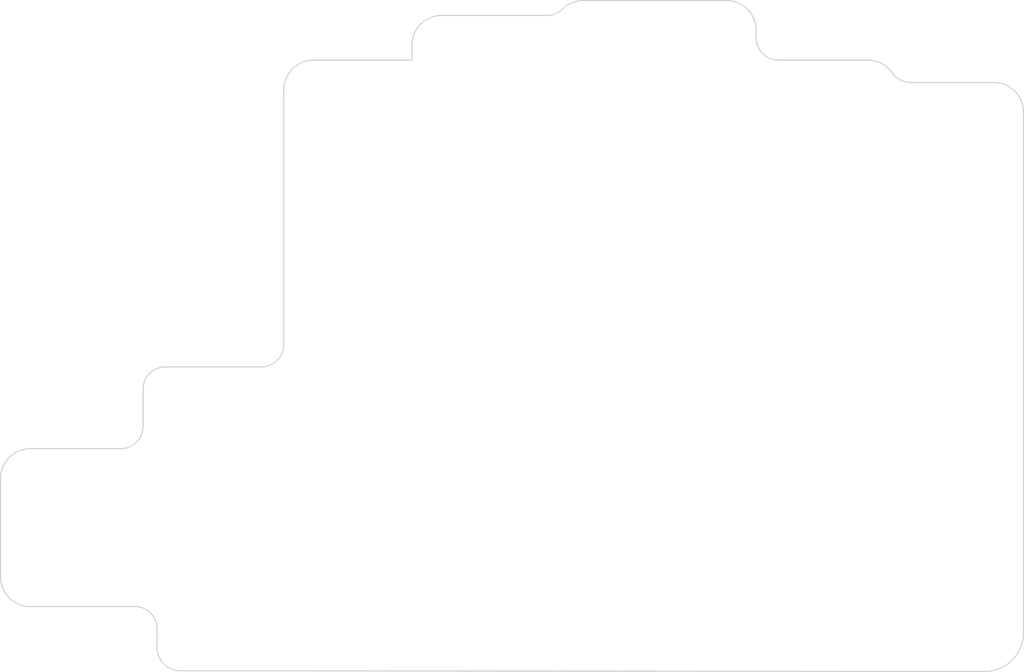
<source format=kicad_pcb>
(kicad_pcb (version 20211014) (generator pcbnew)
  (title_block (title "scaarix_flow") (rev "v1.0.0") (company "Unknown"))
  (layers (0 "F.Cu" signal) (31 "B.Cu" signal) (34 "B.Paste" user) (35 "F.Paste" user) (36 "B.SilkS" user "B.Silkscreen") (37 "F.SilkS" user "F.Silkscreen") (38 "B.Mask" user) (39 "F.Mask" user) (44 "Edge.Cuts" user))
  (net 0 "")
  (footprint "keebio:MX_Switch_Cutout" (layer "F.Cu") (at 207.1 49.3)
    (fp_text reference "S15" hide)
    (fp_text value "" hide)
    (pad "" np_thru_hole oval locked (at 7.14375 -2.667) (size 1.3335 0.508) (drill oval 1.3335 0.508) (layers *.Cu *.Mask))
    (pad "" np_thru_hole oval locked (at 0 -6.985) (size 5.08 1.27) (drill oval 5.08 1.27) (layers *.Cu *.Mask))
    (pad "" np_thru_hole oval locked (at -6.731 0) (size 0.508 5.842) (drill oval 0.508 5.842) (layers *.Cu *.Mask))
    (pad "" np_thru_hole oval locked (at 0 6.985) (size 5.08 1.27) (drill oval 5.08 1.27) (layers *.Cu *.Mask))
    (pad "" np_thru_hole oval locked (at 7.5565 4.699) (size 0.508 4.572) (drill oval 0.508 4.572) (layers *.Cu *.Mask))
    (pad "" np_thru_hole oval locked (at -7.14375 -2.667) (size 1.3335 0.508) (drill oval 1.3335 0.508) (layers *.Cu *.Mask))
    (pad "" np_thru_hole oval locked (at 7.14375 2.667) (size 1.3335 0.508) (drill oval 1.3335 0.508) (layers *.Cu *.Mask))
    (pad "" np_thru_hole oval locked (at -7.5565 4.699) (size 0.508 4.572) (drill oval 0.508 4.572) (layers *.Cu *.Mask))
    (pad "" np_thru_hole oval locked (at 0 6.731) (size 15.5956 0.508) (drill oval 15.5956 0.508) (layers *.Cu *.Mask))
    (pad "" np_thru_hole oval locked (at 7.5565 -4.699) (size 0.508 4.572) (drill oval 0.508 4.572) (layers *.Cu *.Mask))
    (pad "" np_thru_hole oval locked (at 0 -6.731) (size 15.5956 0.508) (drill oval 15.5956 0.508) (layers *.Cu *.Mask))
    (pad "" np_thru_hole oval locked (at 6.731 0) (size 0.508 5.842) (drill oval 0.508 5.842) (layers *.Cu *.Mask))
    (pad "" np_thru_hole oval locked (at -7.5565 -4.699) (size 0.508 4.572) (drill oval 0.508 4.572) (layers *.Cu *.Mask))
    (pad "" np_thru_hole oval locked (at -7.14375 2.667) (size 1.3335 0.508) (drill oval 1.3335 0.508) (layers *.Cu *.Mask))
  )
  (footprint "keebio:MX_Switch_Cutout" (layer "F.Cu") (at 188.1 70.3)
    (fp_text reference "S10" hide)
    (fp_text value "" hide)
    (pad "" np_thru_hole oval locked (at -7.14375 -2.667) (size 1.3335 0.508) (drill oval 1.3335 0.508) (layers *.Cu *.Mask))
    (pad "" np_thru_hole oval locked (at 0 6.731) (size 15.5956 0.508) (drill oval 15.5956 0.508) (layers *.Cu *.Mask))
    (pad "" np_thru_hole oval locked (at -7.14375 2.667) (size 1.3335 0.508) (drill oval 1.3335 0.508) (layers *.Cu *.Mask))
    (pad "" np_thru_hole oval locked (at 0 -6.985) (size 5.08 1.27) (drill oval 5.08 1.27) (layers *.Cu *.Mask))
    (pad "" np_thru_hole oval locked (at 6.731 0) (size 0.508 5.842) (drill oval 0.508 5.842) (layers *.Cu *.Mask))
    (pad "" np_thru_hole oval locked (at 0 6.985) (size 5.08 1.27) (drill oval 5.08 1.27) (layers *.Cu *.Mask))
    (pad "" np_thru_hole oval locked (at -7.5565 -4.699) (size 0.508 4.572) (drill oval 0.508 4.572) (layers *.Cu *.Mask))
    (pad "" np_thru_hole oval locked (at -6.731 0) (size 0.508 5.842) (drill oval 0.508 5.842) (layers *.Cu *.Mask))
    (pad "" np_thru_hole oval locked (at 7.14375 -2.667) (size 1.3335 0.508) (drill oval 1.3335 0.508) (layers *.Cu *.Mask))
    (pad "" np_thru_hole oval locked (at -7.5565 4.699) (size 0.508 4.572) (drill oval 0.508 4.572) (layers *.Cu *.Mask))
    (pad "" np_thru_hole oval locked (at 0 -6.731) (size 15.5956 0.508) (drill oval 15.5956 0.508) (layers *.Cu *.Mask))
    (pad "" np_thru_hole oval locked (at 7.5565 -4.699) (size 0.508 4.572) (drill oval 0.508 4.572) (layers *.Cu *.Mask))
    (pad "" np_thru_hole oval locked (at 7.5565 4.699) (size 0.508 4.572) (drill oval 0.508 4.572) (layers *.Cu *.Mask))
    (pad "" np_thru_hole oval locked (at 7.14375 2.667) (size 1.3335 0.508) (drill oval 1.3335 0.508) (layers *.Cu *.Mask))
  )
  (footprint "keebio:MX_Switch_Cutout" (layer "F.Cu") (at 150.1 98.3)
    (fp_text reference "S3" hide)
    (fp_text value "" hide)
    (pad "" np_thru_hole oval locked (at 0 -6.731) (size 15.5956 0.508) (drill oval 15.5956 0.508) (layers *.Cu *.Mask))
    (pad "" np_thru_hole oval locked (at 6.731 0) (size 0.508 5.842) (drill oval 0.508 5.842) (layers *.Cu *.Mask))
    (pad "" np_thru_hole oval locked (at -7.5565 -4.699) (size 0.508 4.572) (drill oval 0.508 4.572) (layers *.Cu *.Mask))
    (pad "" np_thru_hole oval locked (at 7.14375 -2.667) (size 1.3335 0.508) (drill oval 1.3335 0.508) (layers *.Cu *.Mask))
    (pad "" np_thru_hole oval locked (at 0 6.731) (size 15.5956 0.508) (drill oval 15.5956 0.508) (layers *.Cu *.Mask))
    (pad "" np_thru_hole oval locked (at -7.14375 2.667) (size 1.3335 0.508) (drill oval 1.3335 0.508) (layers *.Cu *.Mask))
    (pad "" np_thru_hole oval locked (at -6.731 0) (size 0.508 5.842) (drill oval 0.508 5.842) (layers *.Cu *.Mask))
    (pad "" np_thru_hole oval locked (at -7.14375 -2.667) (size 1.3335 0.508) (drill oval 1.3335 0.508) (layers *.Cu *.Mask))
    (pad "" np_thru_hole oval locked (at 0 -6.985) (size 5.08 1.27) (drill oval 5.08 1.27) (layers *.Cu *.Mask))
    (pad "" np_thru_hole oval locked (at 7.14375 2.667) (size 1.3335 0.508) (drill oval 1.3335 0.508) (layers *.Cu *.Mask))
    (pad "" np_thru_hole oval locked (at 0 6.985) (size 5.08 1.27) (drill oval 5.08 1.27) (layers *.Cu *.Mask))
    (pad "" np_thru_hole oval locked (at 7.5565 4.699) (size 0.508 4.572) (drill oval 0.508 4.572) (layers *.Cu *.Mask))
    (pad "" np_thru_hole oval locked (at 7.5565 -4.699) (size 0.508 4.572) (drill oval 0.508 4.572) (layers *.Cu *.Mask))
    (pad "" np_thru_hole oval locked (at -7.5565 4.699) (size 0.508 4.572) (drill oval 0.508 4.572) (layers *.Cu *.Mask))
  )
  (footprint "keebio:MX_Switch_Cutout" (layer "F.Cu") (at 245.1 79.3)
    (fp_text reference "S22" hide)
    (fp_text value "" hide)
    (pad "" np_thru_hole oval locked (at -7.14375 -2.667) (size 1.3335 0.508) (drill oval 1.3335 0.508) (layers *.Cu *.Mask))
    (pad "" np_thru_hole oval locked (at -7.5565 4.699) (size 0.508 4.572) (drill oval 0.508 4.572) (layers *.Cu *.Mask))
    (pad "" np_thru_hole oval locked (at -7.5565 -4.699) (size 0.508 4.572) (drill oval 0.508 4.572) (layers *.Cu *.Mask))
    (pad "" np_thru_hole oval locked (at 0 -6.731) (size 15.5956 0.508) (drill oval 15.5956 0.508) (layers *.Cu *.Mask))
    (pad "" np_thru_hole oval locked (at -6.731 0) (size 0.508 5.842) (drill oval 0.508 5.842) (layers *.Cu *.Mask))
    (pad "" np_thru_hole oval locked (at -7.14375 2.667) (size 1.3335 0.508) (drill oval 1.3335 0.508) (layers *.Cu *.Mask))
    (pad "" np_thru_hole oval locked (at 7.5565 -4.699) (size 0.508 4.572) (drill oval 0.508 4.572) (layers *.Cu *.Mask))
    (pad "" np_thru_hole oval locked (at 0 6.731) (size 15.5956 0.508) (drill oval 15.5956 0.508) (layers *.Cu *.Mask))
    (pad "" np_thru_hole oval locked (at 6.731 0) (size 0.508 5.842) (drill oval 0.508 5.842) (layers *.Cu *.Mask))
    (pad "" np_thru_hole oval locked (at 7.14375 -2.667) (size 1.3335 0.508) (drill oval 1.3335 0.508) (layers *.Cu *.Mask))
    (pad "" np_thru_hole oval locked (at 7.14375 2.667) (size 1.3335 0.508) (drill oval 1.3335 0.508) (layers *.Cu *.Mask))
    (pad "" np_thru_hole oval locked (at 7.5565 4.699) (size 0.508 4.572) (drill oval 0.508 4.572) (layers *.Cu *.Mask))
    (pad "" np_thru_hole oval locked (at 0 6.985) (size 5.08 1.27) (drill oval 5.08 1.27) (layers *.Cu *.Mask))
    (pad "" np_thru_hole oval locked (at 0 -6.985) (size 5.08 1.27) (drill oval 5.08 1.27) (layers *.Cu *.Mask))
  )
  (footprint "keebio:MX_Switch_Cutout" (layer "F.Cu") (at 245.1 117.3)
    (fp_text reference "S20" hide)
    (fp_text value "" hide)
    (pad "" np_thru_hole oval locked (at -6.731 0) (size 0.508 5.842) (drill oval 0.508 5.842) (layers *.Cu *.Mask))
    (pad "" np_thru_hole oval locked (at 0 6.985) (size 5.08 1.27) (drill oval 5.08 1.27) (layers *.Cu *.Mask))
    (pad "" np_thru_hole oval locked (at 0 -6.731) (size 15.5956 0.508) (drill oval 15.5956 0.508) (layers *.Cu *.Mask))
    (pad "" np_thru_hole oval locked (at 7.14375 2.667) (size 1.3335 0.508) (drill oval 1.3335 0.508) (layers *.Cu *.Mask))
    (pad "" np_thru_hole oval locked (at 7.14375 -2.667) (size 1.3335 0.508) (drill oval 1.3335 0.508) (layers *.Cu *.Mask))
    (pad "" np_thru_hole oval locked (at 7.5565 4.699) (size 0.508 4.572) (drill oval 0.508 4.572) (layers *.Cu *.Mask))
    (pad "" np_thru_hole oval locked (at 0 -6.985) (size 5.08 1.27) (drill oval 5.08 1.27) (layers *.Cu *.Mask))
    (pad "" np_thru_hole oval locked (at 0 6.731) (size 15.5956 0.508) (drill oval 15.5956 0.508) (layers *.Cu *.Mask))
    (pad "" np_thru_hole oval locked (at 6.731 0) (size 0.508 5.842) (drill oval 0.508 5.842) (layers *.Cu *.Mask))
    (pad "" np_thru_hole oval locked (at -7.14375 -2.667) (size 1.3335 0.508) (drill oval 1.3335 0.508) (layers *.Cu *.Mask))
    (pad "" np_thru_hole oval locked (at 7.5565 -4.699) (size 0.508 4.572) (drill oval 0.508 4.572) (layers *.Cu *.Mask))
    (pad "" np_thru_hole oval locked (at -7.5565 4.699) (size 0.508 4.572) (drill oval 0.508 4.572) (layers *.Cu *.Mask))
    (pad "" np_thru_hole oval locked (at -7.14375 2.667) (size 1.3335 0.508) (drill oval 1.3335 0.508) (layers *.Cu *.Mask))
    (pad "" np_thru_hole oval locked (at -7.5565 -4.699) (size 0.508 4.572) (drill oval 0.508 4.572) (layers *.Cu *.Mask))
  )
  (footprint "keebio:MX_Switch_Cutout" (layer "F.Cu") (at 226.1 114.3)
    (fp_text reference "S16" hide)
    (fp_text value "" hide)
    (pad "" np_thru_hole oval locked (at 0 -6.985) (size 5.08 1.27) (drill oval 5.08 1.27) (layers *.Cu *.Mask))
    (pad "" np_thru_hole oval locked (at 7.5565 -4.699) (size 0.508 4.572) (drill oval 0.508 4.572) (layers *.Cu *.Mask))
    (pad "" np_thru_hole oval locked (at 0 6.985) (size 5.08 1.27) (drill oval 5.08 1.27) (layers *.Cu *.Mask))
    (pad "" np_thru_hole oval locked (at -6.731 0) (size 0.508 5.842) (drill oval 0.508 5.842) (layers *.Cu *.Mask))
    (pad "" np_thru_hole oval locked (at -7.14375 -2.667) (size 1.3335 0.508) (drill oval 1.3335 0.508) (layers *.Cu *.Mask))
    (pad "" np_thru_hole oval locked (at -7.5565 4.699) (size 0.508 4.572) (drill oval 0.508 4.572) (layers *.Cu *.Mask))
    (pad "" np_thru_hole oval locked (at -7.14375 2.667) (size 1.3335 0.508) (drill oval 1.3335 0.508) (layers *.Cu *.Mask))
    (pad "" np_thru_hole oval locked (at -7.5565 -4.699) (size 0.508 4.572) (drill oval 0.508 4.572) (layers *.Cu *.Mask))
    (pad "" np_thru_hole oval locked (at 6.731 0) (size 0.508 5.842) (drill oval 0.508 5.842) (layers *.Cu *.Mask))
    (pad "" np_thru_hole oval locked (at 0 6.731) (size 15.5956 0.508) (drill oval 15.5956 0.508) (layers *.Cu *.Mask))
    (pad "" np_thru_hole oval locked (at 0 -6.731) (size 15.5956 0.508) (drill oval 15.5956 0.508) (layers *.Cu *.Mask))
    (pad "" np_thru_hole oval locked (at 7.14375 2.667) (size 1.3335 0.508) (drill oval 1.3335 0.508) (layers *.Cu *.Mask))
    (pad "" np_thru_hole oval locked (at 7.14375 -2.667) (size 1.3335 0.508) (drill oval 1.3335 0.508) (layers *.Cu *.Mask))
    (pad "" np_thru_hole oval locked (at 7.5565 4.699) (size 0.508 4.572) (drill oval 0.508 4.572) (layers *.Cu *.Mask))
  )
  (footprint "keebio:MX_Switch_Cutout" (layer "F.Cu") (at 188.1 89.3)
    (fp_text reference "S9" hide)
    (fp_text value "" hide)
    (pad "" np_thru_hole oval locked (at -7.14375 -2.667) (size 1.3335 0.508) (drill oval 1.3335 0.508) (layers *.Cu *.Mask))
    (pad "" np_thru_hole oval locked (at 7.14375 2.667) (size 1.3335 0.508) (drill oval 1.3335 0.508) (layers *.Cu *.Mask))
    (pad "" np_thru_hole oval locked (at -7.5565 4.699) (size 0.508 4.572) (drill oval 0.508 4.572) (layers *.Cu *.Mask))
    (pad "" np_thru_hole oval locked (at 0 -6.731) (size 15.5956 0.508) (drill oval 15.5956 0.508) (layers *.Cu *.Mask))
    (pad "" np_thru_hole oval locked (at 7.5565 -4.699) (size 0.508 4.572) (drill oval 0.508 4.572) (layers *.Cu *.Mask))
    (pad "" np_thru_hole oval locked (at -6.731 0) (size 0.508 5.842) (drill oval 0.508 5.842) (layers *.Cu *.Mask))
    (pad "" np_thru_hole oval locked (at 7.14375 -2.667) (size 1.3335 0.508) (drill oval 1.3335 0.508) (layers *.Cu *.Mask))
    (pad "" np_thru_hole oval locked (at 0 6.731) (size 15.5956 0.508) (drill oval 15.5956 0.508) (layers *.Cu *.Mask))
    (pad "" np_thru_hole oval locked (at 0 6.985) (size 5.08 1.27) (drill oval 5.08 1.27) (layers *.Cu *.Mask))
    (pad "" np_thru_hole oval locked (at 6.731 0) (size 0.508 5.842) (drill oval 0.508 5.842) (layers *.Cu *.Mask))
    (pad "" np_thru_hole oval locked (at -7.14375 2.667) (size 1.3335 0.508) (drill oval 1.3335 0.508) (layers *.Cu *.Mask))
    (pad "" np_thru_hole oval locked (at 7.5565 4.699) (size 0.508 4.572) (drill oval 0.508 4.572) (layers *.Cu *.Mask))
    (pad "" np_thru_hole oval locked (at -7.5565 -4.699) (size 0.508 4.572) (drill oval 0.508 4.572) (layers *.Cu *.Mask))
    (pad "" np_thru_hole oval locked (at 0 -6.985) (size 5.08 1.27) (drill oval 5.08 1.27) (layers *.Cu *.Mask))
  )
  (footprint "keebio:MX_Switch_Cutout" (layer "F.Cu") (at 226.1 57.3)
    (fp_text reference "S19" hide)
    (fp_text value "" hide)
    (pad "" np_thru_hole oval locked (at -7.5565 -4.699) (size 0.508 4.572) (drill oval 0.508 4.572) (layers *.Cu *.Mask))
    (pad "" np_thru_hole oval locked (at 0 -6.985) (size 5.08 1.27) (drill oval 5.08 1.27) (layers *.Cu *.Mask))
    (pad "" np_thru_hole oval locked (at 7.5565 -4.699) (size 0.508 4.572) (drill oval 0.508 4.572) (layers *.Cu *.Mask))
    (pad "" np_thru_hole oval locked (at 7.5565 4.699) (size 0.508 4.572) (drill oval 0.508 4.572) (layers *.Cu *.Mask))
    (pad "" np_thru_hole oval locked (at -7.14375 -2.667) (size 1.3335 0.508) (drill oval 1.3335 0.508) (layers *.Cu *.Mask))
    (pad "" np_thru_hole oval locked (at -7.14375 2.667) (size 1.3335 0.508) (drill oval 1.3335 0.508) (layers *.Cu *.Mask))
    (pad "" np_thru_hole oval locked (at -6.731 0) (size 0.508 5.842) (drill oval 0.508 5.842) (layers *.Cu *.Mask))
    (pad "" np_thru_hole oval locked (at 0 -6.731) (size 15.5956 0.508) (drill oval 15.5956 0.508) (layers *.Cu *.Mask))
    (pad "" np_thru_hole oval locked (at 7.14375 2.667) (size 1.3335 0.508) (drill oval 1.3335 0.508) (layers *.Cu *.Mask))
    (pad "" np_thru_hole oval locked (at 6.731 0) (size 0.508 5.842) (drill oval 0.508 5.842) (layers *.Cu *.Mask))
    (pad "" np_thru_hole oval locked (at 0 6.731) (size 15.5956 0.508) (drill oval 15.5956 0.508) (layers *.Cu *.Mask))
    (pad "" np_thru_hole oval locked (at 7.14375 -2.667) (size 1.3335 0.508) (drill oval 1.3335 0.508) (layers *.Cu *.Mask))
    (pad "" np_thru_hole oval locked (at 0 6.985) (size 5.08 1.27) (drill oval 5.08 1.27) (layers *.Cu *.Mask))
    (pad "" np_thru_hole oval locked (at -7.5565 4.699) (size 0.508 4.572) (drill oval 0.508 4.572) (layers *.Cu *.Mask))
  )
  (footprint "keebio:MX_Switch_Cutout" (layer "F.Cu") (at 169.1 114.3)
    (fp_text reference "S4" hide)
    (fp_text value "" hide)
    (pad "" np_thru_hole oval locked (at -7.5565 -4.699) (size 0.508 4.572) (drill oval 0.508 4.572) (layers *.Cu *.Mask))
    (pad "" np_thru_hole oval locked (at 7.5565 4.699) (size 0.508 4.572) (drill oval 0.508 4.572) (layers *.Cu *.Mask))
    (pad "" np_thru_hole oval locked (at -7.5565 4.699) (size 0.508 4.572) (drill oval 0.508 4.572) (layers *.Cu *.Mask))
    (pad "" np_thru_hole oval locked (at 0 -6.985) (size 5.08 1.27) (drill oval 5.08 1.27) (layers *.Cu *.Mask))
    (pad "" np_thru_hole oval locked (at 0 6.731) (size 15.5956 0.508) (drill oval 15.5956 0.508) (layers *.Cu *.Mask))
    (pad "" np_thru_hole oval locked (at 0 -6.731) (size 15.5956 0.508) (drill oval 15.5956 0.508) (layers *.Cu *.Mask))
    (pad "" np_thru_hole oval locked (at 0 6.985) (size 5.08 1.27) (drill oval 5.08 1.27) (layers *.Cu *.Mask))
    (pad "" np_thru_hole oval locked (at 7.5565 -4.699) (size 0.508 4.572) (drill oval 0.508 4.572) (layers *.Cu *.Mask))
    (pad "" np_thru_hole oval locked (at 6.731 0) (size 0.508 5.842) (drill oval 0.508 5.842) (layers *.Cu *.Mask))
    (pad "" np_thru_hole oval locked (at 7.14375 -2.667) (size 1.3335 0.508) (drill oval 1.3335 0.508) (layers *.Cu *.Mask))
    (pad "" np_thru_hole oval locked (at -7.14375 2.667) (size 1.3335 0.508) (drill oval 1.3335 0.508) (layers *.Cu *.Mask))
    (pad "" np_thru_hole oval locked (at -7.14375 -2.667) (size 1.3335 0.508) (drill oval 1.3335 0.508) (layers *.Cu *.Mask))
    (pad "" np_thru_hole oval locked (at -6.731 0) (size 0.508 5.842) (drill oval 0.508 5.842) (layers *.Cu *.Mask))
    (pad "" np_thru_hole oval locked (at 7.14375 2.667) (size 1.3335 0.508) (drill oval 1.3335 0.508) (layers *.Cu *.Mask))
  )
  (footprint "keebio:MX_Switch_Cutout" (layer "F.Cu") (at 188.1 51.3)
    (fp_text reference "S11" hide)
    (fp_text value "" hide)
    (pad "" np_thru_hole oval locked (at -6.731 0) (size 0.508 5.842) (drill oval 0.508 5.842) (layers *.Cu *.Mask))
    (pad "" np_thru_hole oval locked (at 7.14375 -2.667) (size 1.3335 0.508) (drill oval 1.3335 0.508) (layers *.Cu *.Mask))
    (pad "" np_thru_hole oval locked (at -7.5565 -4.699) (size 0.508 4.572) (drill oval 0.508 4.572) (layers *.Cu *.Mask))
    (pad "" np_thru_hole oval locked (at 0 -6.985) (size 5.08 1.27) (drill oval 5.08 1.27) (layers *.Cu *.Mask))
    (pad "" np_thru_hole oval locked (at -7.14375 2.667) (size 1.3335 0.508) (drill oval 1.3335 0.508) (layers *.Cu *.Mask))
    (pad "" np_thru_hole oval locked (at 6.731 0) (size 0.508 5.842) (drill oval 0.508 5.842) (layers *.Cu *.Mask))
    (pad "" np_thru_hole oval locked (at 0 6.985) (size 5.08 1.27) (drill oval 5.08 1.27) (layers *.Cu *.Mask))
    (pad "" np_thru_hole oval locked (at -7.5565 4.699) (size 0.508 4.572) (drill oval 0.508 4.572) (layers *.Cu *.Mask))
    (pad "" np_thru_hole oval locked (at 7.5565 4.699) (size 0.508 4.572) (drill oval 0.508 4.572) (layers *.Cu *.Mask))
    (pad "" np_thru_hole oval locked (at 7.14375 2.667) (size 1.3335 0.508) (drill oval 1.3335 0.508) (layers *.Cu *.Mask))
    (pad "" np_thru_hole oval locked (at 7.5565 -4.699) (size 0.508 4.572) (drill oval 0.508 4.572) (layers *.Cu *.Mask))
    (pad "" np_thru_hole oval locked (at 0 6.731) (size 15.5956 0.508) (drill oval 15.5956 0.508) (layers *.Cu *.Mask))
    (pad "" np_thru_hole oval locked (at -7.14375 -2.667) (size 1.3335 0.508) (drill oval 1.3335 0.508) (layers *.Cu *.Mask))
    (pad "" np_thru_hole oval locked (at 0 -6.731) (size 15.5956 0.508) (drill oval 15.5956 0.508) (layers *.Cu *.Mask))
  )
  (footprint "keebio:MX_Switch_Cutout" (layer "F.Cu") (at 245.1 60.3)
    (fp_text reference "S23" hide)
    (fp_text value "" hide)
    (pad "" np_thru_hole oval locked (at -7.14375 2.667) (size 1.3335 0.508) (drill oval 1.3335 0.508) (layers *.Cu *.Mask))
    (pad "" np_thru_hole oval locked (at -7.14375 -2.667) (size 1.3335 0.508) (drill oval 1.3335 0.508) (layers *.Cu *.Mask))
    (pad "" np_thru_hole oval locked (at 0 -6.985) (size 5.08 1.27) (drill oval 5.08 1.27) (layers *.Cu *.Mask))
    (pad "" np_thru_hole oval locked (at 6.731 0) (size 0.508 5.842) (drill oval 0.508 5.842) (layers *.Cu *.Mask))
    (pad "" np_thru_hole oval locked (at 0 -6.731) (size 15.5956 0.508) (drill oval 15.5956 0.508) (layers *.Cu *.Mask))
    (pad "" np_thru_hole oval locked (at -7.5565 -4.699) (size 0.508 4.572) (drill oval 0.508 4.572) (layers *.Cu *.Mask))
    (pad "" np_thru_hole oval locked (at 0 6.985) (size 5.08 1.27) (drill oval 5.08 1.27) (layers *.Cu *.Mask))
    (pad "" np_thru_hole oval locked (at 0 6.731) (size 15.5956 0.508) (drill oval 15.5956 0.508) (layers *.Cu *.Mask))
    (pad "" np_thru_hole oval locked (at 7.14375 2.667) (size 1.3335 0.508) (drill oval 1.3335 0.508) (layers *.Cu *.Mask))
    (pad "" np_thru_hole oval locked (at 7.5565 4.699) (size 0.508 4.572) (drill oval 0.508 4.572) (layers *.Cu *.Mask))
    (pad "" np_thru_hole oval locked (at 7.5565 -4.699) (size 0.508 4.572) (drill oval 0.508 4.572) (layers *.Cu *.Mask))
    (pad "" np_thru_hole oval locked (at -6.731 0) (size 0.508 5.842) (drill oval 0.508 5.842) (layers *.Cu *.Mask))
    (pad "" np_thru_hole oval locked (at 7.14375 -2.667) (size 1.3335 0.508) (drill oval 1.3335 0.508) (layers *.Cu *.Mask))
    (pad "" np_thru_hole oval locked (at -7.5565 4.699) (size 0.508 4.572) (drill oval 0.508 4.572) (layers *.Cu *.Mask))
  )
  (footprint "keebio:MX_Switch_Cutout" (layer "F.Cu") (at 245.1 98.3)
    (fp_text reference "S21" hide)
    (fp_text value "" hide)
    (pad "" np_thru_hole oval locked (at 7.14375 2.667) (size 1.3335 0.508) (drill oval 1.3335 0.508) (layers *.Cu *.Mask))
    (pad "" np_thru_hole oval locked (at 0 6.731) (size 15.5956 0.508) (drill oval 15.5956 0.508) (layers *.Cu *.Mask))
    (pad "" np_thru_hole oval locked (at 7.5565 4.699) (size 0.508 4.572) (drill oval 0.508 4.572) (layers *.Cu *.Mask))
    (pad "" np_thru_hole oval locked (at 0 6.985) (size 5.08 1.27) (drill oval 5.08 1.27) (layers *.Cu *.Mask))
    (pad "" np_thru_hole oval locked (at 7.5565 -4.699) (size 0.508 4.572) (drill oval 0.508 4.572) (layers *.Cu *.Mask))
    (pad "" np_thru_hole oval locked (at -7.5565 -4.699) (size 0.508 4.572) (drill oval 0.508 4.572) (layers *.Cu *.Mask))
    (pad "" np_thru_hole oval locked (at -7.14375 2.667) (size 1.3335 0.508) (drill oval 1.3335 0.508) (layers *.Cu *.Mask))
    (pad "" np_thru_hole oval locked (at 6.731 0) (size 0.508 5.842) (drill oval 0.508 5.842) (layers *.Cu *.Mask))
    (pad "" np_thru_hole oval locked (at 0 -6.731) (size 15.5956 0.508) (drill oval 15.5956 0.508) (layers *.Cu *.Mask))
    (pad "" np_thru_hole oval locked (at 7.14375 -2.667) (size 1.3335 0.508) (drill oval 1.3335 0.508) (layers *.Cu *.Mask))
    (pad "" np_thru_hole oval locked (at -7.5565 4.699) (size 0.508 4.572) (drill oval 0.508 4.572) (layers *.Cu *.Mask))
    (pad "" np_thru_hole oval locked (at -7.14375 -2.667) (size 1.3335 0.508) (drill oval 1.3335 0.508) (layers *.Cu *.Mask))
    (pad "" np_thru_hole oval locked (at 0 -6.985) (size 5.08 1.27) (drill oval 5.08 1.27) (layers *.Cu *.Mask))
    (pad "" np_thru_hole oval locked (at -6.731 0) (size 0.508 5.842) (drill oval 0.508 5.842) (layers *.Cu *.Mask))
  )
  (footprint "keebio:MX_Switch_Cutout" (layer "F.Cu") (at 150.1 117.3)
    (fp_text reference "S2" hide)
    (fp_text value "" hide)
    (pad "" np_thru_hole oval locked (at 0 6.985) (size 5.08 1.27) (drill oval 5.08 1.27) (layers *.Cu *.Mask))
    (pad "" np_thru_hole oval locked (at 7.5565 4.699) (size 0.508 4.572) (drill oval 0.508 4.572) (layers *.Cu *.Mask))
    (pad "" np_thru_hole oval locked (at -7.5565 4.699) (size 0.508 4.572) (drill oval 0.508 4.572) (layers *.Cu *.Mask))
    (pad "" np_thru_hole oval locked (at 7.5565 -4.699) (size 0.508 4.572) (drill oval 0.508 4.572) (layers *.Cu *.Mask))
    (pad "" np_thru_hole oval locked (at 0 -6.731) (size 15.5956 0.508) (drill oval 15.5956 0.508) (layers *.Cu *.Mask))
    (pad "" np_thru_hole oval locked (at -6.731 0) (size 0.508 5.842) (drill oval 0.508 5.842) (layers *.Cu *.Mask))
    (pad "" np_thru_hole oval locked (at 6.731 0) (size 0.508 5.842) (drill oval 0.508 5.842) (layers *.Cu *.Mask))
    (pad "" np_thru_hole oval locked (at -7.14375 2.667) (size 1.3335 0.508) (drill oval 1.3335 0.508) (layers *.Cu *.Mask))
    (pad "" np_thru_hole oval locked (at 7.14375 -2.667) (size 1.3335 0.508) (drill oval 1.3335 0.508) (layers *.Cu *.Mask))
    (pad "" np_thru_hole oval locked (at 0 6.731) (size 15.5956 0.508) (drill oval 15.5956 0.508) (layers *.Cu *.Mask))
    (pad "" np_thru_hole oval locked (at 7.14375 2.667) (size 1.3335 0.508) (drill oval 1.3335 0.508) (layers *.Cu *.Mask))
    (pad "" np_thru_hole oval locked (at -7.14375 -2.667) (size 1.3335 0.508) (drill oval 1.3335 0.508) (layers *.Cu *.Mask))
    (pad "" np_thru_hole oval locked (at 0 -6.985) (size 5.08 1.27) (drill oval 5.08 1.27) (layers *.Cu *.Mask))
    (pad "" np_thru_hole oval locked (at -7.5565 -4.699) (size 0.508 4.572) (drill oval 0.508 4.572) (layers *.Cu *.Mask))
  )
  (footprint "keebio:MX_Switch_Cutout" (layer "F.Cu") (at 188.1 108.3)
    (fp_text reference "S8" hide)
    (fp_text value "" hide)
    (pad "" np_thru_hole oval locked (at -7.14375 -2.667) (size 1.3335 0.508) (drill oval 1.3335 0.508) (layers *.Cu *.Mask))
    (pad "" np_thru_hole oval locked (at 0 -6.985) (size 5.08 1.27) (drill oval 5.08 1.27) (layers *.Cu *.Mask))
    (pad "" np_thru_hole oval locked (at 0 -6.731) (size 15.5956 0.508) (drill oval 15.5956 0.508) (layers *.Cu *.Mask))
    (pad "" np_thru_hole oval locked (at 7.14375 -2.667) (size 1.3335 0.508) (drill oval 1.3335 0.508) (layers *.Cu *.Mask))
    (pad "" np_thru_hole oval locked (at 7.14375 2.667) (size 1.3335 0.508) (drill oval 1.3335 0.508) (layers *.Cu *.Mask))
    (pad "" np_thru_hole oval locked (at -6.731 0) (size 0.508 5.842) (drill oval 0.508 5.842) (layers *.Cu *.Mask))
    (pad "" np_thru_hole oval locked (at 7.5565 -4.699) (size 0.508 4.572) (drill oval 0.508 4.572) (layers *.Cu *.Mask))
    (pad "" np_thru_hole oval locked (at -7.5565 4.699) (size 0.508 4.572) (drill oval 0.508 4.572) (layers *.Cu *.Mask))
    (pad "" np_thru_hole oval locked (at -7.14375 2.667) (size 1.3335 0.508) (drill oval 1.3335 0.508) (layers *.Cu *.Mask))
    (pad "" np_thru_hole oval locked (at -7.5565 -4.699) (size 0.508 4.572) (drill oval 0.508 4.572) (layers *.Cu *.Mask))
    (pad "" np_thru_hole oval locked (at 0 6.985) (size 5.08 1.27) (drill oval 5.08 1.27) (layers *.Cu *.Mask))
    (pad "" np_thru_hole oval locked (at 6.731 0) (size 0.508 5.842) (drill oval 0.508 5.842) (layers *.Cu *.Mask))
    (pad "" np_thru_hole oval locked (at 0 6.731) (size 15.5956 0.508) (drill oval 15.5956 0.508) (layers *.Cu *.Mask))
    (pad "" np_thru_hole oval locked (at 7.5565 4.699) (size 0.508 4.572) (drill oval 0.508 4.572) (layers *.Cu *.Mask))
  )
  (footprint "keebio:MX_Switch_Cutout" (layer "F.Cu") (at 207.1 87.3)
    (fp_text reference "S13" hide)
    (fp_text value "" hide)
    (pad "" np_thru_hole oval locked (at 0 6.985) (size 5.08 1.27) (drill oval 5.08 1.27) (layers *.Cu *.Mask))
    (pad "" np_thru_hole oval locked (at 7.5565 4.699) (size 0.508 4.572) (drill oval 0.508 4.572) (layers *.Cu *.Mask))
    (pad "" np_thru_hole oval locked (at 7.5565 -4.699) (size 0.508 4.572) (drill oval 0.508 4.572) (layers *.Cu *.Mask))
    (pad "" np_thru_hole oval locked (at -7.5565 4.699) (size 0.508 4.572) (drill oval 0.508 4.572) (layers *.Cu *.Mask))
    (pad "" np_thru_hole oval locked (at 7.14375 -2.667) (size 1.3335 0.508) (drill oval 1.3335 0.508) (layers *.Cu *.Mask))
    (pad "" np_thru_hole oval locked (at -7.5565 -4.699) (size 0.508 4.572) (drill oval 0.508 4.572) (layers *.Cu *.Mask))
    (pad "" np_thru_hole oval locked (at 0 6.731) (size 15.5956 0.508) (drill oval 15.5956 0.508) (layers *.Cu *.Mask))
    (pad "" np_thru_hole oval locked (at 6.731 0) (size 0.508 5.842) (drill oval 0.508 5.842) (layers *.Cu *.Mask))
    (pad "" np_thru_hole oval locked (at 0 -6.985) (size 5.08 1.27) (drill oval 5.08 1.27) (layers *.Cu *.Mask))
    (pad "" np_thru_hole oval locked (at -6.731 0) (size 0.508 5.842) (drill oval 0.508 5.842) (layers *.Cu *.Mask))
    (pad "" np_thru_hole oval locked (at 7.14375 2.667) (size 1.3335 0.508) (drill oval 1.3335 0.508) (layers *.Cu *.Mask))
    (pad "" np_thru_hole oval locked (at 0 -6.731) (size 15.5956 0.508) (drill oval 15.5956 0.508) (layers *.Cu *.Mask))
    (pad "" np_thru_hole oval locked (at -7.14375 2.667) (size 1.3335 0.508) (drill oval 1.3335 0.508) (layers *.Cu *.Mask))
    (pad "" np_thru_hole oval locked (at -7.14375 -2.667) (size 1.3335 0.508) (drill oval 1.3335 0.508) (layers *.Cu *.Mask))
  )
  (footprint "keebio:MX_Switch_Cutout" (layer "F.Cu") (at 131.1 109.3)
    (fp_text reference "S1" hide)
    (fp_text value "" hide)
    (pad "" np_thru_hole oval locked (at 7.14375 2.667) (size 1.3335 0.508) (drill oval 1.3335 0.508) (layers *.Cu *.Mask))
    (pad "" np_thru_hole oval locked (at 7.14375 -2.667) (size 1.3335 0.508) (drill oval 1.3335 0.508) (layers *.Cu *.Mask))
    (pad "" np_thru_hole oval locked (at -7.5565 -4.699) (size 0.508 4.572) (drill oval 0.508 4.572) (layers *.Cu *.Mask))
    (pad "" np_thru_hole oval locked (at -7.5565 4.699) (size 0.508 4.572) (drill oval 0.508 4.572) (layers *.Cu *.Mask))
    (pad "" np_thru_hole oval locked (at -7.14375 2.667) (size 1.3335 0.508) (drill oval 1.3335 0.508) (layers *.Cu *.Mask))
    (pad "" np_thru_hole oval locked (at 0 -6.731) (size 15.5956 0.508) (drill oval 15.5956 0.508) (layers *.Cu *.Mask))
    (pad "" np_thru_hole oval locked (at 7.5565 -4.699) (size 0.508 4.572) (drill oval 0.508 4.572) (layers *.Cu *.Mask))
    (pad "" np_thru_hole oval locked (at 6.731 0) (size 0.508 5.842) (drill oval 0.508 5.842) (layers *.Cu *.Mask))
    (pad "" np_thru_hole oval locked (at 0 6.985) (size 5.08 1.27) (drill oval 5.08 1.27) (layers *.Cu *.Mask))
    (pad "" np_thru_hole oval locked (at -7.14375 -2.667) (size 1.3335 0.508) (drill oval 1.3335 0.508) (layers *.Cu *.Mask))
    (pad "" np_thru_hole oval locked (at 7.5565 4.699) (size 0.508 4.572) (drill oval 0.508 4.572) (layers *.Cu *.Mask))
    (pad "" np_thru_hole oval locked (at 0 -6.985) (size 5.08 1.27) (drill oval 5.08 1.27) (layers *.Cu *.Mask))
    (pad "" np_thru_hole oval locked (at 0 6.731) (size 15.5956 0.508) (drill oval 15.5956 0.508) (layers *.Cu *.Mask))
    (pad "" np_thru_hole oval locked (at -6.731 0) (size 0.508 5.842) (drill oval 0.508 5.842) (layers *.Cu *.Mask))
  )
  (footprint "keebio:MX_Switch_Cutout" (layer "F.Cu") (at 169.1 95.3)
    (fp_text reference "S5" hide)
    (fp_text value "" hide)
    (pad "" np_thru_hole oval locked (at 7.5565 4.699) (size 0.508 4.572) (drill oval 0.508 4.572) (layers *.Cu *.Mask))
    (pad "" np_thru_hole oval locked (at 0 -6.985) (size 5.08 1.27) (drill oval 5.08 1.27) (layers *.Cu *.Mask))
    (pad "" np_thru_hole oval locked (at -7.14375 -2.667) (size 1.3335 0.508) (drill oval 1.3335 0.508) (layers *.Cu *.Mask))
    (pad "" np_thru_hole oval locked (at 0 -6.731) (size 15.5956 0.508) (drill oval 15.5956 0.508) (layers *.Cu *.Mask))
    (pad "" np_thru_hole oval locked (at -6.731 0) (size 0.508 5.842) (drill oval 0.508 5.842) (layers *.Cu *.Mask))
    (pad "" np_thru_hole oval locked (at 0 6.985) (size 5.08 1.27) (drill oval 5.08 1.27) (layers *.Cu *.Mask))
    (pad "" np_thru_hole oval locked (at -7.5565 4.699) (size 0.508 4.572) (drill oval 0.508 4.572) (layers *.Cu *.Mask))
    (pad "" np_thru_hole oval locked (at 6.731 0) (size 0.508 5.842) (drill oval 0.508 5.842) (layers *.Cu *.Mask))
    (pad "" np_thru_hole oval locked (at 0 6.731) (size 15.5956 0.508) (drill oval 15.5956 0.508) (layers *.Cu *.Mask))
    (pad "" np_thru_hole oval locked (at 7.5565 -4.699) (size 0.508 4.572) (drill oval 0.508 4.572) (layers *.Cu *.Mask))
    (pad "" np_thru_hole oval locked (at 7.14375 2.667) (size 1.3335 0.508) (drill oval 1.3335 0.508) (layers *.Cu *.Mask))
    (pad "" np_thru_hole oval locked (at 7.14375 -2.667) (size 1.3335 0.508) (drill oval 1.3335 0.508) (layers *.Cu *.Mask))
    (pad "" np_thru_hole oval locked (at -7.5565 -4.699) (size 0.508 4.572) (drill oval 0.508 4.572) (layers *.Cu *.Mask))
    (pad "" np_thru_hole oval locked (at -7.14375 2.667) (size 1.3335 0.508) (drill oval 1.3335 0.508) (layers *.Cu *.Mask))
  )
  (footprint "keebio:MX_Switch_Cutout" (layer "F.Cu") (at 169.1 76.3)
    (fp_text reference "S6" hide)
    (fp_text value "" hide)
    (pad "" np_thru_hole oval locked (at -7.14375 -2.667) (size 1.3335 0.508) (drill oval 1.3335 0.508) (layers *.Cu *.Mask))
    (pad "" np_thru_hole oval locked (at 0 -6.985) (size 5.08 1.27) (drill oval 5.08 1.27) (layers *.Cu *.Mask))
    (pad "" np_thru_hole oval locked (at 0 6.985) (size 5.08 1.27) (drill oval 5.08 1.27) (layers *.Cu *.Mask))
    (pad "" np_thru_hole oval locked (at -7.5565 -4.699) (size 0.508 4.572) (drill oval 0.508 4.572) (layers *.Cu *.Mask))
    (pad "" np_thru_hole oval locked (at 7.14375 -2.667) (size 1.3335 0.508) (drill oval 1.3335 0.508) (layers *.Cu *.Mask))
    (pad "" np_thru_hole oval locked (at -6.731 0) (size 0.508 5.842) (drill oval 0.508 5.842) (layers *.Cu *.Mask))
    (pad "" np_thru_hole oval locked (at 7.5565 4.699) (size 0.508 4.572) (drill oval 0.508 4.572) (layers *.Cu *.Mask))
    (pad "" np_thru_hole oval locked (at 7.5565 -4.699) (size 0.508 4.572) (drill oval 0.508 4.572) (layers *.Cu *.Mask))
    (pad "" np_thru_hole oval locked (at 6.731 0) (size 0.508 5.842) (drill oval 0.508 5.842) (layers *.Cu *.Mask))
    (pad "" np_thru_hole oval locked (at -7.5565 4.699) (size 0.508 4.572) (drill oval 0.508 4.572) (layers *.Cu *.Mask))
    (pad "" np_thru_hole oval locked (at 0 -6.731) (size 15.5956 0.508) (drill oval 15.5956 0.508) (layers *.Cu *.Mask))
    (pad "" np_thru_hole oval locked (at 0 6.731) (size 15.5956 0.508) (drill oval 15.5956 0.508) (layers *.Cu *.Mask))
    (pad "" np_thru_hole oval locked (at 7.14375 2.667) (size 1.3335 0.508) (drill oval 1.3335 0.508) (layers *.Cu *.Mask))
    (pad "" np_thru_hole oval locked (at -7.14375 2.667) (size 1.3335 0.508) (drill oval 1.3335 0.508) (layers *.Cu *.Mask))
  )
  (footprint "keebio:MX_Switch_Cutout" (layer "F.Cu") (at 207.1 106.3)
    (fp_text reference "S12" hide)
    (fp_text value "" hide)
    (pad "" np_thru_hole oval locked (at 0 -6.731) (size 15.5956 0.508) (drill oval 15.5956 0.508) (layers *.Cu *.Mask))
    (pad "" np_thru_hole oval locked (at 0 6.731) (size 15.5956 0.508) (drill oval 15.5956 0.508) (layers *.Cu *.Mask))
    (pad "" np_thru_hole oval locked (at 6.731 0) (size 0.508 5.842) (drill oval 0.508 5.842) (layers *.Cu *.Mask))
    (pad "" np_thru_hole oval locked (at -7.5565 4.699) (size 0.508 4.572) (drill oval 0.508 4.572) (layers *.Cu *.Mask))
    (pad "" np_thru_hole oval locked (at -7.14375 2.667) (size 1.3335 0.508) (drill oval 1.3335 0.508) (layers *.Cu *.Mask))
    (pad "" np_thru_hole oval locked (at -7.14375 -2.667) (size 1.3335 0.508) (drill oval 1.3335 0.508) (layers *.Cu *.Mask))
    (pad "" np_thru_hole oval locked (at 7.5565 4.699) (size 0.508 4.572) (drill oval 0.508 4.572) (layers *.Cu *.Mask))
    (pad "" np_thru_hole oval locked (at 0 6.985) (size 5.08 1.27) (drill oval 5.08 1.27) (layers *.Cu *.Mask))
    (pad "" np_thru_hole oval locked (at 7.14375 -2.667) (size 1.3335 0.508) (drill oval 1.3335 0.508) (layers *.Cu *.Mask))
    (pad "" np_thru_hole oval locked (at 7.14375 2.667) (size 1.3335 0.508) (drill oval 1.3335 0.508) (layers *.Cu *.Mask))
    (pad "" np_thru_hole oval locked (at 0 -6.985) (size 5.08 1.27) (drill oval 5.08 1.27) (layers *.Cu *.Mask))
    (pad "" np_thru_hole oval locked (at 7.5565 -4.699) (size 0.508 4.572) (drill oval 0.508 4.572) (layers *.Cu *.Mask))
    (pad "" np_thru_hole oval locked (at -6.731 0) (size 0.508 5.842) (drill oval 0.508 5.842) (layers *.Cu *.Mask))
    (pad "" np_thru_hole oval locked (at -7.5565 -4.699) (size 0.508 4.572) (drill oval 0.508 4.572) (layers *.Cu *.Mask))
  )
  (footprint "keebio:MX_Switch_Cutout" (layer "F.Cu") (at 169.1 57.3)
    (fp_text reference "S7" hide)
    (fp_text value "" hide)
    (pad "" np_thru_hole oval locked (at 0 6.731) (size 15.5956 0.508) (drill oval 15.5956 0.508) (layers *.Cu *.Mask))
    (pad "" np_thru_hole oval locked (at 0 -6.731) (size 15.5956 0.508) (drill oval 15.5956 0.508) (layers *.Cu *.Mask))
    (pad "" np_thru_hole oval locked (at -7.14375 2.667) (size 1.3335 0.508) (drill oval 1.3335 0.508) (layers *.Cu *.Mask))
    (pad "" np_thru_hole oval locked (at -6.731 0) (size 0.508 5.842) (drill oval 0.508 5.842) (layers *.Cu *.Mask))
    (pad "" np_thru_hole oval locked (at 7.5565 -4.699) (size 0.508 4.572) (drill oval 0.508 4.572) (layers *.Cu *.Mask))
    (pad "" np_thru_hole oval locked (at 7.14375 2.667) (size 1.3335 0.508) (drill oval 1.3335 0.508) (layers *.Cu *.Mask))
    (pad "" np_thru_hole oval locked (at 7.5565 4.699) (size 0.508 4.572) (drill oval 0.508 4.572) (layers *.Cu *.Mask))
    (pad "" np_thru_hole oval locked (at -7.5565 4.699) (size 0.508 4.572) (drill oval 0.508 4.572) (layers *.Cu *.Mask))
    (pad "" np_thru_hole oval locked (at -7.14375 -2.667) (size 1.3335 0.508) (drill oval 1.3335 0.508) (layers *.Cu *.Mask))
    (pad "" np_thru_hole oval locked (at 0 6.985) (size 5.08 1.27) (drill oval 5.08 1.27) (layers *.Cu *.Mask))
    (pad "" np_thru_hole oval locked (at -7.5565 -4.699) (size 0.508 4.572) (drill oval 0.508 4.572) (layers *.Cu *.Mask))
    (pad "" np_thru_hole oval locked (at 6.731 0) (size 0.508 5.842) (drill oval 0.508 5.842) (layers *.Cu *.Mask))
    (pad "" np_thru_hole oval locked (at 0 -6.985) (size 5.08 1.27) (drill oval 5.08 1.27) (layers *.Cu *.Mask))
    (pad "" np_thru_hole oval locked (at 7.14375 -2.667) (size 1.3335 0.508) (drill oval 1.3335 0.508) (layers *.Cu *.Mask))
  )
  (footprint "keebio:MX_Switch_Cutout" (layer "F.Cu") (at 207.1 68.3)
    (fp_text reference "S14" hide)
    (fp_text value "" hide)
    (pad "" np_thru_hole oval locked (at 7.5565 -4.699) (size 0.508 4.572) (drill oval 0.508 4.572) (layers *.Cu *.Mask))
    (pad "" np_thru_hole oval locked (at 0 -6.985) (size 5.08 1.27) (drill oval 5.08 1.27) (layers *.Cu *.Mask))
    (pad "" np_thru_hole oval locked (at 7.5565 4.699) (size 0.508 4.572) (drill oval 0.508 4.572) (layers *.Cu *.Mask))
    (pad "" np_thru_hole oval locked (at 0 6.985) (size 5.08 1.27) (drill oval 5.08 1.27) (layers *.Cu *.Mask))
    (pad "" np_thru_hole oval locked (at 7.14375 -2.667) (size 1.3335 0.508) (drill oval 1.3335 0.508) (layers *.Cu *.Mask))
    (pad "" np_thru_hole oval locked (at -7.5565 -4.699) (size 0.508 4.572) (drill oval 0.508 4.572) (layers *.Cu *.Mask))
    (pad "" np_thru_hole oval locked (at -7.5565 4.699) (size 0.508 4.572) (drill oval 0.508 4.572) (layers *.Cu *.Mask))
    (pad "" np_thru_hole oval locked (at 7.14375 2.667) (size 1.3335 0.508) (drill oval 1.3335 0.508) (layers *.Cu *.Mask))
    (pad "" np_thru_hole oval locked (at 0 6.731) (size 15.5956 0.508) (drill oval 15.5956 0.508) (layers *.Cu *.Mask))
    (pad "" np_thru_hole oval locked (at 6.731 0) (size 0.508 5.842) (drill oval 0.508 5.842) (layers *.Cu *.Mask))
    (pad "" np_thru_hole oval locked (at -6.731 0) (size 0.508 5.842) (drill oval 0.508 5.842) (layers *.Cu *.Mask))
    (pad "" np_thru_hole oval locked (at -7.14375 -2.667) (size 1.3335 0.508) (drill oval 1.3335 0.508) (layers *.Cu *.Mask))
    (pad "" np_thru_hole oval locked (at -7.14375 2.667) (size 1.3335 0.508) (drill oval 1.3335 0.508) (layers *.Cu *.Mask))
    (pad "" np_thru_hole oval locked (at 0 -6.731) (size 15.5956 0.508) (drill oval 15.5956 0.508) (layers *.Cu *.Mask))
  )
  (footprint "keebio:MX_Switch_Cutout" (layer "F.Cu") (at 226.1 76.3)
    (fp_text reference "S18" hide)
    (fp_text value "" hide)
    (pad "" np_thru_hole oval locked (at 0 -6.985) (size 5.08 1.27) (drill oval 5.08 1.27) (layers *.Cu *.Mask))
    (pad "" np_thru_hole oval locked (at 0 6.731) (size 15.5956 0.508) (drill oval 15.5956 0.508) (layers *.Cu *.Mask))
    (pad "" np_thru_hole oval locked (at 7.5565 -4.699) (size 0.508 4.572) (drill oval 0.508 4.572) (layers *.Cu *.Mask))
    (pad "" np_thru_hole oval locked (at 0 -6.731) (size 15.5956 0.508) (drill oval 15.5956 0.508) (layers *.Cu *.Mask))
    (pad "" np_thru_hole oval locked (at -6.731 0) (size 0.508 5.842) (drill oval 0.508 5.842) (layers *.Cu *.Mask))
    (pad "" np_thru_hole oval locked (at -7.5565 4.699) (size 0.508 4.572) (drill oval 0.508 4.572) (layers *.Cu *.Mask))
    (pad "" np_thru_hole oval locked (at -7.14375 -2.667) (size 1.3335 0.508) (drill oval 1.3335 0.508) (layers *.Cu *.Mask))
    (pad "" np_thru_hole oval locked (at 7.5565 4.699) (size 0.508 4.572) (drill oval 0.508 4.572) (layers *.Cu *.Mask))
    (pad "" np_thru_hole oval locked (at 0 6.985) (size 5.08 1.27) (drill oval 5.08 1.27) (layers *.Cu *.Mask))
    (pad "" np_thru_hole oval locked (at 7.14375 -2.667) (size 1.3335 0.508) (drill oval 1.3335 0.508) (layers *.Cu *.Mask))
    (pad "" np_thru_hole oval locked (at -7.14375 2.667) (size 1.3335 0.508) (drill oval 1.3335 0.508) (layers *.Cu *.Mask))
    (pad "" np_thru_hole oval locked (at 7.14375 2.667) (size 1.3335 0.508) (drill oval 1.3335 0.508) (layers *.Cu *.Mask))
    (pad "" np_thru_hole oval locked (at 6.731 0) (size 0.508 5.842) (drill oval 0.508 5.842) (layers *.Cu *.Mask))
    (pad "" np_thru_hole oval locked (at -7.5565 -4.699) (size 0.508 4.572) (drill oval 0.508 4.572) (layers *.Cu *.Mask))
  )
  (footprint "keebio:MX_Switch_Cutout" (layer "F.Cu") (at 226.1 95.3)
    (fp_text reference "S17" hide)
    (fp_text value "" hide)
    (pad "" np_thru_hole oval locked (at 7.14375 2.667) (size 1.3335 0.508) (drill oval 1.3335 0.508) (layers *.Cu *.Mask))
    (pad "" np_thru_hole oval locked (at -7.5565 4.699) (size 0.508 4.572) (drill oval 0.508 4.572) (layers *.Cu *.Mask))
    (pad "" np_thru_hole oval locked (at -7.5565 -4.699) (size 0.508 4.572) (drill oval 0.508 4.572) (layers *.Cu *.Mask))
    (pad "" np_thru_hole oval locked (at 7.5565 4.699) (size 0.508 4.572) (drill oval 0.508 4.572) (layers *.Cu *.Mask))
    (pad "" np_thru_hole oval locked (at 7.14375 -2.667) (size 1.3335 0.508) (drill oval 1.3335 0.508) (layers *.Cu *.Mask))
    (pad "" np_thru_hole oval locked (at 0 6.731) (size 15.5956 0.508) (drill oval 15.5956 0.508) (layers *.Cu *.Mask))
    (pad "" np_thru_hole oval locked (at 6.731 0) (size 0.508 5.842) (drill oval 0.508 5.842) (layers *.Cu *.Mask))
    (pad "" np_thru_hole oval locked (at -6.731 0) (size 0.508 5.842) (drill oval 0.508 5.842) (layers *.Cu *.Mask))
    (pad "" np_thru_hole oval locked (at 0 -6.731) (size 15.5956 0.508) (drill oval 15.5956 0.508) (layers *.Cu *.Mask))
    (pad "" np_thru_hole oval locked (at 0 6.985) (size 5.08 1.27) (drill oval 5.08 1.27) (layers *.Cu *.Mask))
    (pad "" np_thru_hole oval locked (at -7.14375 2.667) (size 1.3335 0.508) (drill oval 1.3335 0.508) (layers *.Cu *.Mask))
    (pad "" np_thru_hole oval locked (at -7.14375 -2.667) (size 1.3335 0.508) (drill oval 1.3335 0.508) (layers *.Cu *.Mask))
    (pad "" np_thru_hole oval locked (at 0 -6.985) (size 5.08 1.27) (drill oval 5.08 1.27) (layers *.Cu *.Mask))
    (pad "" np_thru_hole oval locked (at 7.5565 -4.699) (size 0.508 4.572) (drill oval 0.508 4.572) (layers *.Cu *.Mask))
  )
  (gr_line (start 174.5 47) (end 161.3 47) (layer "Edge.Cuts") (width 0.15))
  (gr_line (start 216.7 39) (end 197.5 39) (layer "Edge.Cuts") (width 0.15))
  (gr_line (start 220.7 44) (end 220.7 43) (layer "Edge.Cuts") (width 0.15))
  (gr_arc (start 223.7 47) (mid 221.57868 46.12132) (end 220.7 44) (layer "Edge.Cuts") (width 0.15))
  (gr_line (start 123.3 120.38) (end 137.3 120.38) (layer "Edge.Cuts") (width 0.15))
  (gr_arc (start 194.700583 40.142857) (mid 195.988142 39.296719) (end 197.5 39) (layer "Edge.Cuts") (width 0.15))
  (gr_line (start 138.42132 91.2) (end 138.42132 96.17868) (layer "Edge.Cuts") (width 0.15))
  (gr_arc (start 256.571573 123.9) (mid 254.9517 127.674193) (end 251.1 129.1) (layer "Edge.Cuts") (width 0.15))
  (gr_arc (start 143.4 129) (mid 141.09943 127.984322) (end 140.3 125.6) (layer "Edge.Cuts") (width 0.15))
  (gr_line (start 192.601021 41) (end 178.5 41) (layer "Edge.Cuts") (width 0.15))
  (gr_arc (start 123.3 120.38) (mid 120.443143 119.180051) (end 119.3 116.3) (layer "Edge.Cuts") (width 0.15))
  (gr_arc (start 138.42132 91.2) (mid 139.3 89.07868) (end 141.42132 88.2) (layer "Edge.Cuts") (width 0.15))
  (gr_arc (start 157.3 51) (mid 158.471573 48.171573) (end 161.3 47) (layer "Edge.Cuts") (width 0.15))
  (gr_line (start 143.4 129) (end 251.1 129.1) (layer "Edge.Cuts") (width 0.15))
  (gr_line (start 119.3 103.17868) (end 119.3 116.3) (layer "Edge.Cuts") (width 0.15))
  (gr_arc (start 241.444563 50.000001) (mid 240.055834 49.659211) (end 238.982607 48.714286) (layer "Edge.Cuts") (width 0.15))
  (gr_arc (start 174.5 45) (mid 175.671573 42.171573) (end 178.5 41) (layer "Edge.Cuts") (width 0.15))
  (gr_arc (start 216.7 39) (mid 219.528427 40.171573) (end 220.7 43) (layer "Edge.Cuts") (width 0.15))
  (gr_arc (start 252.571573 50) (mid 255.4 51.171573) (end 256.571573 54) (layer "Edge.Cuts") (width 0.15))
  (gr_line (start 157.3 85.2) (end 157.3 53.1) (layer "Edge.Cuts") (width 0.15))
  (gr_line (start 140.3 125.6) (end 140.3 123.38) (layer "Edge.Cuts") (width 0.15))
  (gr_line (start 256.571573 123.9) (end 256.571573 54) (layer "Edge.Cuts") (width 0.15))
  (gr_arc (start 194.700584 40.142857) (mid 193.73491 40.777447) (end 192.601021 41) (layer "Edge.Cuts") (width 0.15))
  (gr_arc (start 137.3 120.38) (mid 139.42132 121.25868) (end 140.3 123.38) (layer "Edge.Cuts") (width 0.15))
  (gr_line (start 154.3 88.2) (end 141.42132 88.2) (layer "Edge.Cuts") (width 0.15))
  (gr_arc (start 138.42132 96.17868) (mid 137.54264 98.3) (end 135.42132 99.17868) (layer "Edge.Cuts") (width 0.15))
  (gr_line (start 157.3 51) (end 157.3 53.1) (layer "Edge.Cuts") (width 0.15))
  (gr_line (start 174.5 45) (end 174.5 47) (layer "Edge.Cuts") (width 0.15))
  (gr_line (start 252.571573 50) (end 241.444563 50) (layer "Edge.Cuts") (width 0.15))
  (gr_arc (start 157.3 85.2) (mid 156.42132 87.32132) (end 154.3 88.2) (layer "Edge.Cuts") (width 0.15))
  (gr_arc (start 235.7 47) (mid 237.55164 47.454379) (end 238.982607 48.714286) (layer "Edge.Cuts") (width 0.15))
  (gr_arc (start 119.3 103.17868) (mid 120.471573 100.350253) (end 123.3 99.17868) (layer "Edge.Cuts") (width 0.15))
  (gr_line (start 135.42132 99.17868) (end 123.3 99.17868) (layer "Edge.Cuts") (width 0.15))
  (gr_line (start 235.7 47) (end 223.7 47) (layer "Edge.Cuts") (width 0.15))
)
</source>
